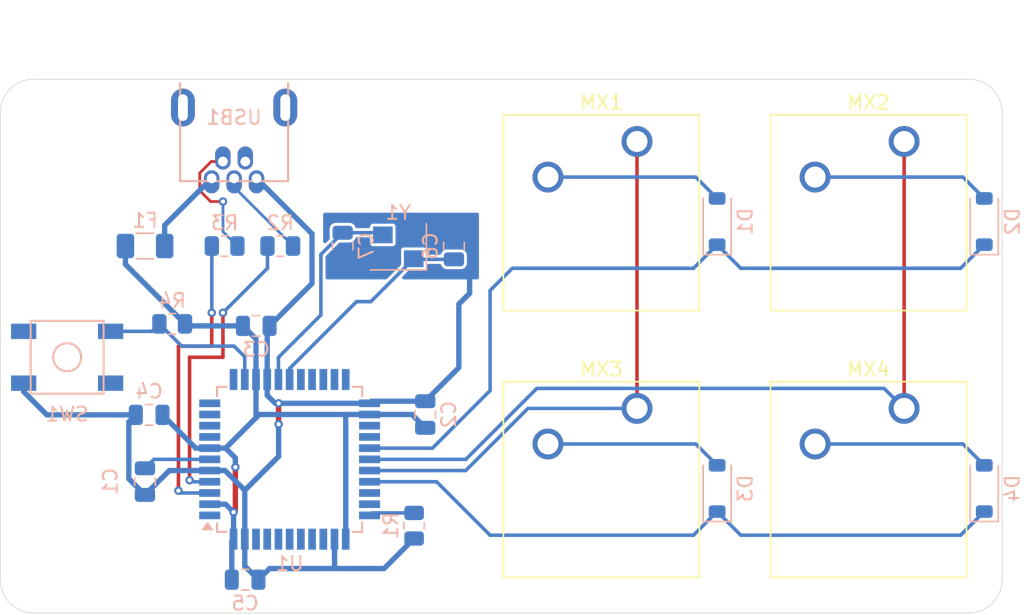
<source format=kicad_pcb>
(kicad_pcb (version 20241229) (generator "pcbnew") (generator_version "9.0")
  (layers (0 "F.Cu" signal) (2 "B.Cu" signal) (13 "F.Paste" user) (15 "B.Paste" user) (5 "F.SilkS" user "F.Silkscreen") (7 "B.SilkS" user "B.Silkscreen") (1 "F.Mask" user) (3 "B.Mask" user) (25 "Edge.Cuts" user))
  (net 0 "")
  (net 1 "GND")
  (net 2 "Net-(U1-UCAP)")
  (net 3 "+5V")
  (net 4 "Net-(U1-XTAL1)")
  (net 5 "Net-(U1-XTAL2)")
  (net 6 "/ROW0")
  (net 7 "Net-(D1-A)")
  (net 8 "Net-(D2-A)")
  (net 9 "/ROW1")
  (net 10 "Net-(D3-A)")
  (net 11 "Net-(D4-A)")
  (net 12 "VCC")
  (net 13 "/COL0")
  (net 14 "/COL1")
  (net 15 "Net-(U1-~{HWB}{slash}PE2)")
  (net 16 "Net-(U1-D+)")
  (net 17 "/D+")
  (net 18 "/D-")
  (net 19 "Net-(U1-D-)")
  (net 20 "Net-(U1-~{RESET})")
  (footprint "Button_Switch_Keyboard:SW_Cherry_MX_1.00u_PCB" (layer "F.Cu") (at 69.215 29.845)
    (property "Reference" "MX1" (at -2.54 -2.794 0) (layer "F.SilkS"))
    (property "Value" "MX-NoLED")
    (fp_line (start -9.525 -1.905) (end 4.445 -1.905) (stroke (width 0.12)) (layer "F.SilkS"))
    (fp_line (start -9.525 12.065) (end -9.525 -1.905) (stroke (width 0.12)) (layer "F.SilkS"))
    (fp_line (start 4.445 -1.905) (end 4.445 12.065) (stroke (width 0.12)) (layer "F.SilkS"))
    (fp_line (start 4.445 12.065) (end -9.525 12.065) (stroke (width 0.12)) (layer "F.SilkS"))
    (pad "" np_thru_hole circle (at -7.62 5.08) (size 1.7 1.7) (drill 1.7) (layers "*.Cu" "*.Mask"))
    (pad "" np_thru_hole circle (at -2.54 5.08) (size 4 4) (drill 4) (layers "*.Cu" "*.Mask"))
    (pad "" np_thru_hole circle (at 2.54 5.08) (size 1.7 1.7) (drill 1.7) (layers "*.Cu" "*.Mask"))
    (pad "1" thru_hole circle (at 0 0) (size 2.2 2.2) (drill 1.5) (layers "*.Cu" "*.Mask") (net 13 "/COL0"))
    (pad "2" thru_hole circle (at -6.35 2.54) (size 2.2 2.2) (drill 1.5) (layers "*.Cu" "*.Mask") (net 7 "Net-(D1-A)"))
  )
  (footprint "Button_Switch_Keyboard:SW_Cherry_MX_1.00u_PCB" (layer "F.Cu") (at 69.215 48.895)
    (property "Reference" "MX3" (at -2.54 -2.794 0) (layer "F.SilkS"))
    (property "Value" "MX-NoLED")
    (fp_line (start -9.525 -1.905) (end 4.445 -1.905) (stroke (width 0.12)) (layer "F.SilkS"))
    (fp_line (start -9.525 12.065) (end -9.525 -1.905) (stroke (width 0.12)) (layer "F.SilkS"))
    (fp_line (start 4.445 -1.905) (end 4.445 12.065) (stroke (width 0.12)) (layer "F.SilkS"))
    (fp_line (start 4.445 12.065) (end -9.525 12.065) (stroke (width 0.12)) (layer "F.SilkS"))
    (pad "" np_thru_hole circle (at -7.62 5.08) (size 1.7 1.7) (drill 1.7) (layers "*.Cu" "*.Mask"))
    (pad "" np_thru_hole circle (at -2.54 5.08) (size 4 4) (drill 4) (layers "*.Cu" "*.Mask"))
    (pad "" np_thru_hole circle (at 2.54 5.08) (size 1.7 1.7) (drill 1.7) (layers "*.Cu" "*.Mask"))
    (pad "1" thru_hole circle (at 0 0) (size 2.2 2.2) (drill 1.5) (layers "*.Cu" "*.Mask") (net 13 "/COL0"))
    (pad "2" thru_hole circle (at -6.35 2.54) (size 2.2 2.2) (drill 1.5) (layers "*.Cu" "*.Mask") (net 10 "Net-(D3-A)"))
  )
  (footprint "Button_Switch_Keyboard:SW_Cherry_MX_1.00u_PCB" (layer "F.Cu") (at 88.265 48.895)
    (property "Reference" "MX4" (at -2.54 -2.794 0) (layer "F.SilkS"))
    (property "Value" "MX-NoLED")
    (fp_line (start -9.525 -1.905) (end 4.445 -1.905) (stroke (width 0.12)) (layer "F.SilkS"))
    (fp_line (start -9.525 12.065) (end -9.525 -1.905) (stroke (width 0.12)) (layer "F.SilkS"))
    (fp_line (start 4.445 -1.905) (end 4.445 12.065) (stroke (width 0.12)) (layer "F.SilkS"))
    (fp_line (start 4.445 12.065) (end -9.525 12.065) (stroke (width 0.12)) (layer "F.SilkS"))
    (pad "" np_thru_hole circle (at -7.62 5.08) (size 1.7 1.7) (drill 1.7) (layers "*.Cu" "*.Mask"))
    (pad "" np_thru_hole circle (at -2.54 5.08) (size 4 4) (drill 4) (layers "*.Cu" "*.Mask"))
    (pad "" np_thru_hole circle (at 2.54 5.08) (size 1.7 1.7) (drill 1.7) (layers "*.Cu" "*.Mask"))
    (pad "1" thru_hole circle (at 0 0) (size 2.2 2.2) (drill 1.5) (layers "*.Cu" "*.Mask") (net 14 "/COL1"))
    (pad "2" thru_hole circle (at -6.35 2.54) (size 2.2 2.2) (drill 1.5) (layers "*.Cu" "*.Mask") (net 11 "Net-(D4-A)"))
  )
  (footprint "Button_Switch_Keyboard:SW_Cherry_MX_1.00u_PCB" (layer "F.Cu") (at 88.265 29.845)
    (property "Reference" "MX2" (at -2.54 -2.794 0) (layer "F.SilkS"))
    (property "Value" "MX-NoLED")
    (fp_line (start -9.525 -1.905) (end 4.445 -1.905) (stroke (width 0.12)) (layer "F.SilkS"))
    (fp_line (start -9.525 12.065) (end -9.525 -1.905) (stroke (width 0.12)) (layer "F.SilkS"))
    (fp_line (start 4.445 -1.905) (end 4.445 12.065) (stroke (width 0.12)) (layer "F.SilkS"))
    (fp_line (start 4.445 12.065) (end -9.525 12.065) (stroke (width 0.12)) (layer "F.SilkS"))
    (pad "" np_thru_hole circle (at -7.62 5.08) (size 1.7 1.7) (drill 1.7) (layers "*.Cu" "*.Mask"))
    (pad "" np_thru_hole circle (at -2.54 5.08) (size 4 4) (drill 4) (layers "*.Cu" "*.Mask"))
    (pad "" np_thru_hole circle (at 2.54 5.08) (size 1.7 1.7) (drill 1.7) (layers "*.Cu" "*.Mask"))
    (pad "1" thru_hole circle (at 0 0) (size 2.2 2.2) (drill 1.5) (layers "*.Cu" "*.Mask") (net 14 "/COL1"))
    (pad "2" thru_hole circle (at -6.35 2.54) (size 2.2 2.2) (drill 1.5) (layers "*.Cu" "*.Mask") (net 8 "Net-(D2-A)"))
  )
  (footprint "Fuse:Fuse_1206_3216Metric" (layer "B.Cu") (at 34.13125 37.30625 180)
    (property "Reference" "F1" (at 0 1.83 0) (layer "B.SilkS") (effects (justify mirror)))
    (property "Value" "500mA")
    (fp_line (start -0.602064 0.91) (end 0.602064 0.91) (stroke (width 0.12)) (layer "B.SilkS"))
    (fp_line (start -0.602064 -0.91) (end 0.602064 -0.91) (stroke (width 0.12)) (layer "B.SilkS"))
    (pad "1" smd roundrect (at -1.4 0 180) (size 1.25 1.75) (layers "B.Cu" "B.Mask" "B.Paste") (roundrect_rratio 0.2) (net 12 "VCC"))
    (pad "2" smd roundrect (at 1.4 0 180) (size 1.25 1.75) (layers "B.Cu" "B.Mask" "B.Paste") (roundrect_rratio 0.2) (net 3 "+5V"))
  )
  (footprint "Capacitor_SMD:C_0805_2012Metric" (layer "B.Cu") (at 41.26875 61.11875)
    (property "Reference" "C5" (at 0 1.68 0) (layer "B.SilkS") (effects (justify mirror)))
    (property "Value" "10uF")
    (fp_line (start -0.261252 -0.735) (end 0.261252 -0.735) (stroke (width 0.12)) (layer "B.SilkS"))
    (fp_line (start -0.261252 0.735) (end 0.261252 0.735) (stroke (width 0.12)) (layer "B.SilkS"))
    (pad "1" smd roundrect (at -0.95 0) (size 1 1.45) (layers "B.Cu" "B.Mask" "B.Paste") (net 3 "+5V"))
    (pad "2" smd roundrect (at 0.95 0) (size 1 1.45) (layers "B.Cu" "B.Mask" "B.Paste") (net 1 "GND"))
  )
  (footprint "random-keyboard-parts:SKQG-1155865" (layer "B.Cu") (at 28.575 45.24375 180)
    (property "Reference" "SW1" (at 0 -4.064 0) (layer "B.SilkS") (effects (justify mirror)))
    (property "Value" "SW_Push")
    (fp_line (start 2.6 2.6) (end 2.6 -2.6) (stroke (width 0.15)) (layer "B.SilkS"))
    (fp_line (start 2.6 -2.6) (end -2.6 -2.6) (stroke (width 0.15)) (layer "B.SilkS"))
    (fp_line (start -2.6 2.6) (end 2.6 2.6) (stroke (width 0.15)) (layer "B.SilkS"))
    (fp_line (start -2.6 -2.6) (end -2.6 2.6) (stroke (width 0.15)) (layer "B.SilkS"))
    (fp_circle (center 0 0) (end 1 0) (stroke (width 0.15)) (fill no) (layer "B.SilkS"))
    (pad "1" smd rect (at 3.1 -1.85 180) (size 1.8 1.1) (layers "B.Cu" "B.Mask" "B.Paste") (net 1 "GND"))
    (pad "2" smd rect (at -3.1 1.85 180) (size 1.8 1.1) (layers "B.Cu" "B.Mask" "B.Paste") (net 20 "Net-(U1-~{RESET})"))
    (pad "3" smd rect (at 3.1 1.85 180) (size 1.8 1.1) (layers "B.Cu" "B.Mask" "B.Paste"))
    (pad "4" smd rect (at -3.1 -1.85 180) (size 1.8 1.1) (layers "B.Cu" "B.Mask" "B.Paste"))
  )
  (footprint "Capacitor_SMD:C_0805_2012Metric" (layer "B.Cu") (at 42.0625 43.00625)
    (property "Reference" "C3" (at 0 1.68 0) (layer "B.SilkS") (effects (justify mirror)))
    (property "Value" "0.1uF")
    (fp_line (start -0.261252 -0.735) (end 0.261252 -0.735) (stroke (width 0.12)) (layer "B.SilkS"))
    (fp_line (start -0.261252 0.735) (end 0.261252 0.735) (stroke (width 0.12)) (layer "B.SilkS"))
    (pad "1" smd roundrect (at -0.95 0) (size 1 1.45) (layers "B.Cu" "B.Mask" "B.Paste") (net 3 "+5V"))
    (pad "2" smd roundrect (at 0.95 0) (size 1 1.45) (layers "B.Cu" "B.Mask" "B.Paste") (net 1 "GND"))
  )
  (footprint "Resistor_SMD:R_0805_2012Metric" (layer "B.Cu") (at 36.06875 42.8625 180)
    (property "Reference" "R4" (at 0 1.65 0) (layer "B.SilkS") (effects (justify mirror)))
    (property "Value" "10k")
    (fp_line (start -0.227064 0.735) (end 0.227064 0.735) (stroke (width 0.12)) (layer "B.SilkS"))
    (fp_line (start -0.227064 -0.735) (end 0.227064 -0.735) (stroke (width 0.12)) (layer "B.SilkS"))
    (pad "1" smd roundrect (at -0.9125 0 180) (size 1.025 1.4) (layers "B.Cu" "B.Mask" "B.Paste") (roundrect_rratio 0.243902) (net 3 "+5V"))
    (pad "2" smd roundrect (at 0.9125 0 180) (size 1.025 1.4) (layers "B.Cu" "B.Mask" "B.Paste") (roundrect_rratio 0.243902) (net 20 "Net-(U1-~{RESET})"))
  )
  (footprint "Crystal:Crystal_SMD_3225-4Pin_3.2x2.5mm" (layer "B.Cu") (at 52.192625 37.3625 180)
    (property "Reference" "Y1" (at 0 2.45 0) (layer "B.SilkS") (effects (justify mirror)))
    (property "Value" "16MHz")
    (fp_line (start -2 1.65) (end -2 -1.65) (stroke (width 0.12)) (layer "B.SilkS"))
    (fp_line (start -2 -1.65) (end 2 -1.65) (stroke (width 0.12)) (layer "B.SilkS"))
    (pad "1" smd rect (at -1.1 -0.85 180) (size 1.4 1.2) (layers "B.Cu" "B.Mask" "B.Paste") (net 4 "Net-(U1-XTAL1)"))
    (pad "2" smd rect (at 1.1 -0.85 180) (size 1.4 1.2) (layers "B.Cu" "B.Mask" "B.Paste") (net 1 "GND"))
    (pad "3" smd rect (at 1.1 0.85 180) (size 1.4 1.2) (layers "B.Cu" "B.Mask" "B.Paste") (net 5 "Net-(U1-XTAL2)"))
    (pad "4" smd rect (at -1.1 0.85 180) (size 1.4 1.2) (layers "B.Cu" "B.Mask" "B.Paste") (net 1 "GND"))
  )
  (footprint "Diode_SMD:D_SOD-123" (layer "B.Cu") (at 93.98 35.559 90)
    (property "Reference" "D2" (at 0 2 90) (layer "B.SilkS") (effects (justify mirror)))
    (property "Value" "D_Small")
    (fp_line (start -2.36 -1) (end 1.65 -1) (stroke (width 0.12)) (layer "B.SilkS"))
    (fp_line (start -2.36 1) (end -2.36 -1) (stroke (width 0.12)) (layer "B.SilkS"))
    (fp_line (start -2.36 1) (end 1.65 1) (stroke (width 0.12)) (layer "B.SilkS"))
    (pad "1" smd roundrect (at -1.65 0 90) (size 0.9 1.2) (layers "B.Cu" "B.Mask" "B.Paste") (net 6 "/ROW0"))
    (pad "2" smd roundrect (at 1.65 0 90) (size 0.9 1.2) (layers "B.Cu" "B.Mask" "B.Paste") (net 8 "Net-(D2-A)"))
  )
  (footprint "Diode_SMD:D_SOD-123" (layer "B.Cu") (at 93.98 54.609 90)
    (property "Reference" "D4" (at 0 2 90) (layer "B.SilkS") (effects (justify mirror)))
    (property "Value" "D_Small")
    (fp_line (start -2.36 -1) (end 1.65 -1) (stroke (width 0.12)) (layer "B.SilkS"))
    (fp_line (start -2.36 1) (end -2.36 -1) (stroke (width 0.12)) (layer "B.SilkS"))
    (fp_line (start -2.36 1) (end 1.65 1) (stroke (width 0.12)) (layer "B.SilkS"))
    (pad "1" smd roundrect (at -1.65 0 90) (size 0.9 1.2) (layers "B.Cu" "B.Mask" "B.Paste") (net 9 "/ROW1"))
    (pad "2" smd roundrect (at 1.65 0 90) (size 0.9 1.2) (layers "B.Cu" "B.Mask" "B.Paste") (net 11 "Net-(D4-A)"))
  )
  (footprint "Capacitor_SMD:C_0805_2012Metric" (layer "B.Cu") (at 48.223875 37.30625 90)
    (property "Reference" "C7" (at 0 1.68 90) (layer "B.SilkS") (effects (justify mirror)))
    (property "Value" "22pF" (hide yes))
    (fp_line (start -0.261252 -0.735) (end 0.261252 -0.735) (stroke (width 0.12)) (layer "B.SilkS"))
    (fp_line (start -0.261252 0.735) (end 0.261252 0.735) (stroke (width 0.12)) (layer "B.SilkS"))
    (pad "1" smd roundrect (at -0.95 0 90) (size 1 1.45) (layers "B.Cu" "B.Mask" "B.Paste") (net 1 "GND"))
    (pad "2" smd roundrect (at 0.95 0 90) (size 1 1.45) (layers "B.Cu" "B.Mask" "B.Paste") (net 5 "Net-(U1-XTAL2)"))
  )
  (footprint "Resistor_SMD:R_0805_2012Metric" (layer "B.Cu") (at 39.80625 37.30625 180)
    (property "Reference" "R3" (at 0 1.65 0) (layer "B.SilkS") (effects (justify mirror)))
    (property "Value" "22")
    (fp_line (start -0.227064 0.735) (end 0.227064 0.735) (stroke (width 0.12)) (layer "B.SilkS"))
    (fp_line (start -0.227064 -0.735) (end 0.227064 -0.735) (stroke (width 0.12)) (layer "B.SilkS"))
    (pad "1" smd roundrect (at -0.9125 0 180) (size 1.025 1.4) (layers "B.Cu" "B.Mask" "B.Paste") (roundrect_rratio 0.243902) (net 18 "/D-"))
    (pad "2" smd roundrect (at 0.9125 0 180) (size 1.025 1.4) (layers "B.Cu" "B.Mask" "B.Paste") (roundrect_rratio 0.243902) (net 19 "Net-(U1-D-)"))
  )
  (footprint "Diode_SMD:D_SOD-123" (layer "B.Cu") (at 74.93 54.609 90)
    (property "Reference" "D3" (at 0 2 90) (layer "B.SilkS") (effects (justify mirror)))
    (property "Value" "D_Small")
    (fp_line (start -2.36 -1) (end 1.65 -1) (stroke (width 0.12)) (layer "B.SilkS"))
    (fp_line (start -2.36 1) (end -2.36 -1) (stroke (width 0.12)) (layer "B.SilkS"))
    (fp_line (start -2.36 1) (end 1.65 1) (stroke (width 0.12)) (layer "B.SilkS"))
    (pad "1" smd roundrect (at -1.65 0 90) (size 0.9 1.2) (layers "B.Cu" "B.Mask" "B.Paste") (net 9 "/ROW1"))
    (pad "2" smd roundrect (at 1.65 0 90) (size 0.9 1.2) (layers "B.Cu" "B.Mask" "B.Paste") (net 10 "Net-(D3-A)"))
  )
  (footprint "Resistor_SMD:R_0805_2012Metric" (layer "B.Cu") (at 53.31875 57.26875 -90)
    (property "Reference" "R1" (at 0 1.65 90) (layer "B.SilkS") (effects (justify mirror)))
    (property "Value" "10k")
    (fp_line (start -0.227064 0.735) (end 0.227064 0.735) (stroke (width 0.12)) (layer "B.SilkS"))
    (fp_line (start -0.227064 -0.735) (end 0.227064 -0.735) (stroke (width 0.12)) (layer "B.SilkS"))
    (pad "1" smd roundrect (at -0.9125 0 270) (size 1.025 1.4) (layers "B.Cu" "B.Mask" "B.Paste") (roundrect_rratio 0.243902) (net 15 "Net-(U1-~{HWB}{slash}PE2)"))
    (pad "2" smd roundrect (at 0.9125 0 270) (size 1.025 1.4) (layers "B.Cu" "B.Mask" "B.Paste") (roundrect_rratio 0.243902) (net 1 "GND"))
  )
  (footprint "Capacitor_SMD:C_0805_2012Metric" (layer "B.Cu") (at 34.125 54.11875 -90)
    (property "Reference" "C1" (at 0 2.47375 90) (layer "B.SilkS") (effects (justify mirror)))
    (property "Value" "C_Small")
    (fp_line (start -0.261252 0.735) (end 0.261252 0.735) (stroke (width 0.12)) (layer "B.SilkS"))
    (fp_line (start -0.261252 -0.735) (end 0.261252 -0.735) (stroke (width 0.12)) (layer "B.SilkS"))
    (pad "1" smd roundrect (at -0.95 0 270) (size 1 1.45) (layers "B.Cu" "B.Mask" "B.Paste") (net 2 "Net-(U1-UCAP)"))
    (pad "2" smd roundrect (at 0.95 0 270) (size 1 1.45) (layers "B.Cu" "B.Mask" "B.Paste") (net 1 "GND"))
  )
  (footprint "Diode_SMD:D_SOD-123" (layer "B.Cu") (at 74.93 35.561 90)
    (property "Reference" "D1" (at 0 2 90) (layer "B.SilkS") (effects (justify mirror)))
    (property "Value" "D_Small")
    (fp_line (start -2.36 -1) (end 1.65 -1) (stroke (width 0.12)) (layer "B.SilkS"))
    (fp_line (start -2.36 1) (end -2.36 -1) (stroke (width 0.12)) (layer "B.SilkS"))
    (fp_line (start -2.36 1) (end 1.65 1) (stroke (width 0.12)) (layer "B.SilkS"))
    (pad "1" smd roundrect (at -1.65 0 90) (size 0.9 1.2) (layers "B.Cu" "B.Mask" "B.Paste") (net 6 "/ROW0"))
    (pad "2" smd roundrect (at 1.65 0 90) (size 0.9 1.2) (layers "B.Cu" "B.Mask" "B.Paste") (net 7 "Net-(D1-A)"))
  )
  (footprint "random-keyboard-parts:Molex-0548190519" (layer "B.Cu") (at 40.48125 25.675 -90)
    (property "Reference" "USB1")
    (property "Value" "Molex-0548190519")
    (fp_line (start 0 3.85) (end 7 3.85) (stroke (width 0.15)) (layer "B.SilkS"))
    (fp_line (start 7 3.85) (end 7 -3.85) (stroke (width 0.15)) (layer "B.SilkS"))
    (fp_line (start 7 -3.85) (end 0 -3.85) (stroke (width 0.15)) (layer "B.SilkS"))
    (fp_text user "${REFERENCE}" (at 2.45 0 0) (layer "B.SilkS") (effects (justify mirror)))
    (pad "1" thru_hole oval (at 6.8 -1.6 270) (size 1.65 1.1) (drill oval 0.7 (offset 0.25 0)) (layers "*.Cu" "F.Mask") (net 1 "GND"))
    (pad "2" thru_hole oval (at 5.6 -0.8 90) (size 1.65 1.1) (drill oval 0.7 (offset 0.25 0)) (layers "*.Cu" "F.Mask"))
    (pad "3" thru_hole oval (at 6.8 0 270) (size 1.65 1.1) (drill oval 0.7 (offset 0.25 0)) (layers "*.Cu" "F.Mask") (net 17 "/D+"))
    (pad "4" thru_hole oval (at 5.6 0.8 90) (size 1.65 1.1) (drill oval 0.7 (offset 0.25 0)) (layers "*.Cu" "F.Mask") (net 18 "/D-"))
    (pad "5" thru_hole oval (at 6.8 1.6 270) (size 1.65 1.1) (drill oval 0.7 (offset 0.25 0)) (layers "*.Cu" "F.Mask") (net 12 "VCC"))
    (pad "6" thru_hole oval (at 1.75 -3.65 270) (size 2.7 1.7) (drill oval 1.9 0.7) (layers "*.Cu" "*.Mask"))
    (pad "6" thru_hole oval (at 1.75 3.65 270) (size 2.7 1.7) (drill oval 1.9 0.7) (layers "*.Cu" "*.Mask"))
  )
  (footprint "Capacitor_SMD:C_0805_2012Metric" (layer "B.Cu") (at 54.1125 49.33125 90)
    (property "Reference" "C2" (at 0 1.68 90) (layer "B.SilkS") (effects (justify mirror)))
    (property "Value" "0.1uF")
    (fp_line (start -0.261252 -0.735) (end 0.261252 -0.735) (stroke (width 0.12)) (layer "B.SilkS"))
    (fp_line (start -0.261252 0.735) (end 0.261252 0.735) (stroke (width 0.12)) (layer "B.SilkS"))
    (pad "1" smd roundrect (at -0.95 0 90) (size 1 1.45) (layers "B.Cu" "B.Mask" "B.Paste") (net 3 "+5V"))
    (pad "2" smd roundrect (at 0.95 0 90) (size 1 1.45) (layers "B.Cu" "B.Mask" "B.Paste") (net 1 "GND"))
  )
  (footprint "Capacitor_SMD:C_0805_2012Metric" (layer "B.Cu") (at 34.425 49.35625 180)
    (property "Reference" "C4" (at 0 1.68 0) (layer "B.SilkS") (effects (justify mirror)))
    (property "Value" "0.1uF")
    (fp_line (start -0.261252 0.735) (end 0.261252 0.735) (stroke (width 0.12)) (layer "B.SilkS"))
    (fp_line (start -0.261252 -0.735) (end 0.261252 -0.735) (stroke (width 0.12)) (layer "B.SilkS"))
    (pad "1" smd roundrect (at -0.95 0 180) (size 1 1.45) (layers "B.Cu" "B.Mask" "B.Paste") (net 3 "+5V"))
    (pad "2" smd roundrect (at 0.95 0 180) (size 1 1.45) (layers "B.Cu" "B.Mask" "B.Paste") (net 1 "GND"))
  )
  (footprint "Capacitor_SMD:C_0805_2012Metric" (layer "B.Cu") (at 56.161375 37.30625 -90)
    (property "Reference" "C6" (at 0 1.68 90) (layer "B.SilkS") (effects (justify mirror)))
    (property "Value" "22pF")
    (fp_line (start -0.261252 0.735) (end 0.261252 0.735) (stroke (width 0.12)) (layer "B.SilkS"))
    (fp_line (start -0.261252 -0.735) (end 0.261252 -0.735) (stroke (width 0.12)) (layer "B.SilkS"))
    (pad "1" smd roundrect (at -0.95 0 270) (size 1 1.45) (layers "B.Cu" "B.Mask" "B.Paste") (net 1 "GND"))
    (pad "2" smd roundrect (at 0.95 0 270) (size 1 1.45) (layers "B.Cu" "B.Mask" "B.Paste") (net 4 "Net-(U1-XTAL1)"))
  )
  (footprint "Package_QFP:TQFP-44_10x10mm_P0.8mm" (layer "B.Cu") (at 44.44375 52.53125)
    (property "Reference" "U1" (at 0 7.45 0) (layer "B.SilkS") (effects (justify mirror)))
    (property "Value" "ATmega32U4-A")
    (fp_line (start -5.175 -5.175) (end -5.175 -4.5) (stroke (width 0.15)) (layer "B.SilkS"))
    (fp_line (start -5.175 -5.175) (end -4.5 -5.175) (stroke (width 0.15)) (layer "B.SilkS"))
    (fp_line (start -5.175 5.175) (end -5.175 4.56) (stroke (width 0.15)) (layer "B.SilkS"))
    (fp_line (start -5.175 5.175) (end -4.5 5.175) (stroke (width 0.15)) (layer "B.SilkS"))
    (fp_line (start 5.175 -5.175) (end 4.5 -5.175) (stroke (width 0.15)) (layer "B.SilkS"))
    (fp_line (start 5.175 -5.175) (end 5.175 -4.5) (stroke (width 0.15)) (layer "B.SilkS"))
    (fp_line (start 5.175 5.175) (end 4.5 5.175) (stroke (width 0.15)) (layer "B.SilkS"))
    (fp_line (start 5.175 5.175) (end 5.175 4.5) (stroke (width 0.15)) (layer "B.SilkS"))
    (fp_poly (pts (xy -5.86 4.54) (xy -6.2 5.01) (xy -5.52 5.01) (xy -5.86 4.54)) (stroke (width 0.12)) (fill yes) (layer "B.SilkS"))
    (pad "1" smd rect (at -5.7 4) (size 1.5 0.55) (layers "B.Cu" "B.Mask" "B.Paste"))
    (pad "2" smd rect (at -5.7 3.2) (size 1.5 0.55) (layers "B.Cu" "B.Mask" "B.Paste") (net 3 "+5V"))
    (pad "3" smd rect (at -5.7 2.4) (size 1.5 0.55) (layers "B.Cu" "B.Mask" "B.Paste") (net 19 "Net-(U1-D-)"))
    (pad "4" smd rect (at -5.7 1.6) (size 1.5 0.55) (layers "B.Cu" "B.Mask" "B.Paste") (net 16 "Net-(U1-D+)"))
    (pad "5" smd rect (at -5.7 0.8) (size 1.5 0.55) (layers "B.Cu" "B.Mask" "B.Paste") (net 1 "GND"))
    (pad "6" smd rect (at -5.7 0) (size 1.5 0.55) (layers "B.Cu" "B.Mask" "B.Paste") (net 2 "Net-(U1-UCAP)"))
    (pad "7" smd rect (at -5.7 -0.8) (size 1.5 0.55) (layers "B.Cu" "B.Mask" "B.Paste") (net 3 "+5V"))
    (pad "8" smd rect (at -5.7 -1.6) (size 1.5 0.55) (layers "B.Cu" "B.Mask" "B.Paste"))
    (pad "9" smd rect (at -5.7 -2.4) (size 1.5 0.55) (layers "B.Cu" "B.Mask" "B.Paste"))
    (pad "10" smd rect (at -5.7 -3.2) (size 1.5 0.55) (layers "B.Cu" "B.Mask" "B.Paste"))
    (pad "11" smd rect (at -5.7 -4) (size 1.5 0.55) (layers "B.Cu" "B.Mask" "B.Paste"))
    (pad "12" smd rect (at -4 -5.7 270) (size 1.5 0.55) (layers "B.Cu" "B.Mask" "B.Paste"))
    (pad "13" smd rect (at -3.2 -5.7 270) (size 1.5 0.55) (layers "B.Cu" "B.Mask" "B.Paste") (net 20 "Net-(U1-~{RESET})"))
    (pad "14" smd rect (at -2.4 -5.7 270) (size 1.5 0.55) (layers "B.Cu" "B.Mask" "B.Paste") (net 3 "+5V"))
    (pad "15" smd rect (at -1.6 -5.7 270) (size 1.5 0.55) (layers "B.Cu" "B.Mask" "B.Paste") (net 1 "GND"))
    (pad "16" smd rect (at -0.8 -5.7 270) (size 1.5 0.55) (layers "B.Cu" "B.Mask" "B.Paste") (net 5 "Net-(U1-XTAL2)"))
    (pad "17" smd rect (at 0 -5.7 270) (size 1.5 0.55) (layers "B.Cu" "B.Mask" "B.Paste") (net 4 "Net-(U1-XTAL1)"))
    (pad "18" smd rect (at 0.8 -5.7 270) (size 1.5 0.55) (layers "B.Cu" "B.Mask" "B.Paste"))
    (pad "19" smd rect (at 1.6 -5.7 270) (size 1.5 0.55) (layers "B.Cu" "B.Mask" "B.Paste"))
    (pad "20" smd rect (at 2.4 -5.7 270) (size 1.5 0.55) (layers "B.Cu" "B.Mask" "B.Paste"))
    (pad "21" smd rect (at 3.2 -5.7 270) (size 1.5 0.55) (layers "B.Cu" "B.Mask" "B.Paste"))
    (pad "22" smd rect (at 4 -5.7 270) (size 1.5 0.55) (layers "B.Cu" "B.Mask" "B.Paste"))
    (pad "23" smd rect (at 5.7 -4) (size 1.5 0.55) (layers "B.Cu" "B.Mask" "B.Paste") (net 1 "GND"))
    (pad "24" smd rect (at 5.7 -3.2) (size 1.5 0.55) (layers "B.Cu" "B.Mask" "B.Paste") (net 3 "+5V"))
    (pad "25" smd rect (at 5.7 -2.4) (size 1.5 0.55) (layers "B.Cu" "B.Mask" "B.Paste"))
    (pad "26" smd rect (at 5.7 -1.6) (size 1.5 0.55) (layers "B.Cu" "B.Mask" "B.Paste"))
    (pad "27" smd rect (at 5.7 -0.8) (size 1.5 0.55) (layers "B.Cu" "B.Mask" "B.Paste") (net 6 "/ROW0"))
    (pad "28" smd rect (at 5.7 0) (size 1.5 0.55) (layers "B.Cu" "B.Mask" "B.Paste") (net 14 "/COL1"))
    (pad "29" smd rect (at 5.7 0.8) (size 1.5 0.55) (layers "B.Cu" "B.Mask" "B.Paste") (net 13 "/COL0"))
    (pad "30" smd rect (at 5.7 1.6) (size 1.5 0.55) (layers "B.Cu" "B.Mask" "B.Paste") (net 9 "/ROW1"))
    (pad "31" smd rect (at 5.7 2.4) (size 1.5 0.55) (layers "B.Cu" "B.Mask" "B.Paste"))
    (pad "32" smd rect (at 5.7 3.2) (size 1.5 0.55) (layers "B.Cu" "B.Mask" "B.Paste"))
    (pad "33" smd rect (at 5.7 4) (size 1.5 0.55) (layers "B.Cu" "B.Mask" "B.Paste") (net 15 "Net-(U1-~{HWB}{slash}PE2)"))
    (pad "34" smd rect (at 4 5.7 270) (size 1.5 0.55) (layers "B.Cu" "B.Mask" "B.Paste") (net 3 "+5V"))
    (pad "35" smd rect (at 3.2 5.7 270) (size 1.5 0.55) (layers "B.Cu" "B.Mask" "B.Paste") (net 1 "GND"))
    (pad "36" smd rect (at 2.4 5.7 270) (size 1.5 0.55) (layers "B.Cu" "B.Mask" "B.Paste"))
    (pad "37" smd rect (at 1.6 5.7 270) (size 1.5 0.55) (layers "B.Cu" "B.Mask" "B.Paste"))
    (pad "38" smd rect (at 0.8 5.7 270) (size 1.5 0.55) (layers "B.Cu" "B.Mask" "B.Paste"))
    (pad "39" smd rect (at 0 5.7 270) (size 1.5 0.55) (layers "B.Cu" "B.Mask" "B.Paste"))
    (pad "40" smd rect (at -0.8 5.7 270) (size 1.5 0.55) (layers "B.Cu" "B.Mask" "B.Paste"))
    (pad "41" smd rect (at -1.6 5.7 270) (size 1.5 0.55) (layers "B.Cu" "B.Mask" "B.Paste"))
    (pad "42" smd rect (at -2.4 5.7 270) (size 1.5 0.55) (layers "B.Cu" "B.Mask" "B.Paste"))
    (pad "43" smd rect (at -3.2 5.7 270) (size 1.5 0.55) (layers "B.Cu" "B.Mask" "B.Paste") (net 1 "GND"))
    (pad "44" smd rect (at -4 5.7 270) (size 1.5 0.55) (layers "B.Cu" "B.Mask" "B.Paste") (net 3 "+5V"))
  )
  (footprint "Resistor_SMD:R_0805_2012Metric" (layer "B.Cu") (at 43.775 37.30625 180)
    (property "Reference" "R2" (at 0 1.65 0) (layer "B.SilkS") (effects (justify mirror)))
    (property "Value" "22")
    (fp_line (start -0.227064 0.735) (end 0.227064 0.735) (stroke (width 0.12)) (layer "B.SilkS"))
    (fp_line (start -0.227064 -0.735) (end 0.227064 -0.735) (stroke (width 0.12)) (layer "B.SilkS"))
    (pad "1" smd roundrect (at -0.9125 0 180) (size 1.025 1.4) (layers "B.Cu" "B.Mask" "B.Paste") (roundrect_rratio 0.243902) (net 17 "/D+"))
    (pad "2" smd roundrect (at 0.9125 0 180) (size 1.025 1.4) (layers "B.Cu" "B.Mask" "B.Paste") (roundrect_rratio 0.243902) (net 16 "Net-(U1-D+)"))
  )
  (gr_line (start 32.54375 63.5) (end 26.19375 63.5) (stroke (width 0.05)) (layer "Edge.Cuts"))
  (gr_line (start 23.8125 27.78125) (end 23.8125 61.11875) (stroke (width 0.05)) (layer "Edge.Cuts"))
  (gr_arc (start 26.19375 63.5) (mid 24.509952 62.802548) (end 23.8125 61.11875) (stroke (width 0.05)) (layer "Edge.Cuts"))
  (gr_line (start 92.86875 63.5) (end 32.54375 63.5) (stroke (width 0.05)) (layer "Edge.Cuts"))
  (gr_line (start 32.54375 25.4) (end 92.86875 25.4) (stroke (width 0.05)) (layer "Edge.Cuts"))
  (gr_arc (start 95.25 61.11875) (mid 94.552548 62.802548) (end 92.86875 63.5) (stroke (width 0.05)) (layer "Edge.Cuts"))
  (gr_line (start 95.25 27.78125) (end 95.25 61.11875) (stroke (width 0.05)) (layer "Edge.Cuts"))
  (gr_line (start 32.54375 25.4) (end 26.19375 25.4) (stroke (width 0.05)) (layer "Edge.Cuts"))
  (gr_arc (start 23.8125 27.78125) (mid 24.509952 26.097452) (end 26.19375 25.4) (stroke (width 0.05)) (layer "Edge.Cuts"))
  (gr_arc (start 92.86875 25.4) (mid 94.552548 26.097452) (end 95.25 27.78125) (stroke (width 0.05)) (layer "Edge.Cuts"))
  (segment (start 43.65625 50.02175) (end 43.65625 48.53125) (width 0.381) (layer "F.Cu") (net 1))
  (via (at 43.65625 48.53125) (size 0.6) (drill 0.3) (layers "F.Cu" "B.Cu") (net 1))
  (via (at 43.65625 50.02175) (size 0.6) (drill 0.3) (layers "F.Cu" "B.Cu") (net 1))
  (segment (start 51.369875 38.2125) (end 53.069875 36.5125) (width 0.381) (layer "B.Cu") (net 1))
  (segment (start 41.24375 58.23125) (end 41.24375 60.14375) (width 0.381) (layer "B.Cu") (net 1))
  (segment (start 51.175 60.325) (end 47.625 60.325) (width 0.381) (layer "B.Cu") (net 1))
  (segment (start 46.0375 39.98125) (end 43.0125 43.00625) (width 0.381) (layer "B.Cu") (net 1))
  (segment (start 43.41275 48.53125) (end 43.65625 48.53125) (width 0.381) (layer "B.Cu") (net 1))
  (segment (start 53.31875 58.18125) (end 51.175 60.325) (width 0.381) (layer "B.Cu") (net 1))
  (segment (start 43.65625 48.53125) (end 50.14375 48.53125) (width 0.381) (layer "B.Cu") (net 1))
  (segment (start 47.625 60.325) (end 43.0125 60.325) (width 0.381) (layer "B.Cu") (net 1))
  (segment (start 57.277875 40.680125) (end 56.51025 41.44775) (width 0.381) (layer "B.Cu") (net 1))
  (segment (start 48.223875 38.25625) (end 51.048875 38.25625) (width 0.381) (layer "B.Cu") (net 1))
  (segment (start 33.475 49.35625) (end 32.975062 49.856188) (width 0.381) (layer "B.Cu") (net 1))
  (segment (start 53.069875 36.5125) (end 53.292625 36.5125) (width 0.381) (layer "B.Cu") (net 1))
  (segment (start 46.0375 36.43125) (end 46.0375 39.98125) (width 0.381) (layer "B.Cu") (net 1))
  (segment (start 43.65625 52.325) (end 43.65625 50.02175) (width 0.381) (layer "B.Cu") (net 1))
  (segment (start 57.277875 37.47275) (end 57.277875 40.680125) (width 0.381) (layer "B.Cu") (net 1))
  (segment (start 41.24375 54.7375) (end 41.24375 58.23125) (width 0.381) (layer "B.Cu") (net 1))
  (segment (start 56.51025 41.44775) (end 56.51025 45.9835) (width 0.381) (layer "B.Cu") (net 1))
  (segment (start 42.84375 43.175) (end 42.84375 46.83125) (width 0.381) (layer "B.Cu") (net 1))
  (segment (start 56.161375 36.35625) (end 57.277875 37.47275) (width 0.381) (layer "B.Cu") (net 1))
  (segment (start 25.475 47.7) (end 27.13125 49.35625) (width 0.381) (layer "B.Cu") (net 1))
  (segment (start 25.475 47.09375) (end 25.475 47.7) (width 0.381) (layer "B.Cu") (net 1))
  (segment (start 32.975062 49.856188) (end 32.975062 53.918812) (width 0.381) (layer "B.Cu") (net 1))
  (segment (start 41.24375 54.7375) (end 43.65625 52.325) (width 0.381) (layer "B.Cu") (net 1))
  (segment (start 34.125 55.06875) (end 35.8625 53.33125) (width 0.381) (layer "B.Cu") (net 1))
  (segment (start 42.08125 32.475) (end 46.0375 36.43125) (width 0.381) (layer "B.Cu") (net 1))
  (segment (start 43.0125 60.325) (end 42.21875 61.11875) (width 0.381) (layer "B.Cu") (net 1))
  (segment (start 47.64375 60.30625) (end 47.625 60.325) (width 0.381) (layer "B.Cu") (net 1))
  (segment (start 56.51025 45.9835) (end 54.1125 48.38125) (width 0.381) (layer "B.Cu") (net 1))
  (segment (start 51.092625 38.2125) (end 51.369875 38.2125) (width 0.381) (layer "B.Cu") (net 1))
  (segment (start 27.13125 49.35625) (end 33.475 49.35625) (width 0.381) (layer "B.Cu") (net 1))
  (segment (start 47.64375 58.23125) (end 47.64375 60.30625) (width 0.381) (layer "B.Cu") (net 1))
  (segment (start 51.048875 38.25625) (end 51.092625 38.2125) (width 0.381) (layer "B.Cu") (net 1))
  (segment (start 54.1125 48.38125) (end 50.29375 48.38125) (width 0.381) (layer "B.Cu") (net 1))
  (segment (start 38.74375 53.33125) (end 39.8375 53.33125) (width 0.381) (layer "B.Cu") (net 1))
  (segment (start 43.0125 43.00625) (end 42.84375 43.175) (width 0.381) (layer "B.Cu") (net 1))
  (segment (start 53.292625 36.5125) (end 56.005125 36.5125) (width 0.381) (layer "B.Cu") (net 1))
  (segment (start 42.84375 46.83125) (end 42.84375 47.96225) (width 0.381) (layer "B.Cu") (net 1))
  (segment (start 41.24375 60.14375) (end 42.21875 61.11875) (width 0.381) (layer "B.Cu") (net 1))
  (segment (start 42.84375 47.96225) (end 43.41275 48.53125) (width 0.381) (layer "B.Cu") (net 1))
  (segment (start 32.975062 53.918812) (end 34.125 55.06875) (width 0.381) (layer "B.Cu") (net 1))
  (segment (start 50.29375 48.38125) (end 50.14375 48.53125) (width 0.381) (layer "B.Cu") (net 1))
  (segment (start 56.005125 36.5125) (end 56.161375 36.35625) (width 0.381) (layer "B.Cu") (net 1))
  (segment (start 39.8375 53.33125) (end 41.24375 54.7375) (width 0.381) (layer "B.Cu") (net 1))
  (segment (start 35.8625 53.33125) (end 38.74375 53.33125) (width 0.381) (layer "B.Cu") (net 1))
  (segment (start 34.7625 52.53125) (end 38.74375 52.53125) (width 0.254) (layer "B.Cu") (net 2))
  (segment (start 34.125 53.16875) (end 34.7625 52.53125) (width 0.254) (layer "B.Cu") (net 2))
  (segment (start 40.572633 56.171367) (end 40.44375 56.30025) (width 0.381) (layer "F.Cu") (net 3))
  (segment (start 40.572633 53.089867) (end 40.572633 56.171367) (width 0.381) (layer "F.Cu") (net 3))
  (via (at 40.572633 53.089867) (size 0.6) (drill 0.3) (layers "F.Cu" "B.Cu") (net 3))
  (via (at 40.44375 56.30025) (size 0.6) (drill 0.3) (layers "F.Cu" "B.Cu") (net 3))
  (segment (start 39.87475 55.73125) (end 38.74375 55.73125) (width 0.381) (layer "B.Cu") (net 3))
  (segment (start 48.41875 49.33125) (end 42.27475 49.33125) (width 0.381) (layer "B.Cu") (net 3))
  (segment (start 39.87475 51.73125) (end 38.74375 51.73125) (width 0.381) (layer "B.Cu") (net 3))
  (segment (start 41.1125 43.00625) (end 42.04375 43.9375) (width 0.381) (layer "B.Cu") (net 3))
  (segment (start 40.31875 58.35625) (end 40.44375 58.23125) (width 0.381) (layer "B.Cu") (net 3))
  (segment (start 42.27475 49.33125) (end 42.04375 49.56225) (width 0.381) (layer "B.Cu") (net 3))
  (segment (start 37.45 43.00625) (end 41.1125 43.00625) (width 0.381) (layer "B.Cu") (net 3))
  (segment (start 53.1625 49.33125) (end 50.14375 49.33125) (width 0.381) (layer "B.Cu") (net 3))
  (segment (start 35.375 49.35625) (end 37.75 51.73125) (width 0.381) (layer "B.Cu") (net 3))
  (segment (start 42.04375 49.56225) (end 39.87475 51.73125) (width 0.381) (layer "B.Cu") (net 3))
  (segment (start 39.87475 51.73125) (end 40.572633 52.429133) (width 0.381) (layer "B.Cu") (net 3))
  (segment (start 40.44375 56.30025) (end 39.87475 55.73125) (width 0.381) (layer "B.Cu") (net 3))
  (segment (start 37.30625 42.8625) (end 37.45 43.00625) (width 0.381) (layer "B.Cu") (net 3))
  (segment (start 42.04375 43.9375) (end 42.04375 46.83125) (width 0.381) (layer "B.Cu") (net 3))
  (segment (start 40.44375 58.23125) (end 40.44375 56.30025) (width 0.381) (layer "B.Cu") (net 3))
  (segment (start 54.1125 50.28125) (end 53.1625 49.33125) (width 0.381) (layer "B.Cu") (net 3))
  (segment (start 50.14375 49.33125) (end 48.41875 49.33125) (width 0.381) (layer "B.Cu") (net 3))
  (segment (start 40.572633 52.429133) (end 40.572633 53.089867) (width 0.381) (layer "B.Cu") (net 3))
  (segment (start 36.98125 42.8625) (end 37.30625 42.8625) (width 0.381) (layer "B.Cu") (net 3))
  (segment (start 32.73125 38.6125) (end 36.98125 42.8625) (width 0.381) (layer "B.Cu") (net 3))
  (segment (start 42.04375 46.83125) (end 42.04375 49.56225) (width 0.381) (layer "B.Cu") (net 3))
  (segment (start 40.96875 42.8625) (end 41.1125 43.00625) (width 0.381) (layer "B.Cu") (net 3))
  (segment (start 37.75 51.73125) (end 38.74375 51.73125) (width 0.381) (layer "B.Cu") (net 3))
  (segment (start 40.31875 61.11875) (end 40.31875 58.35625) (width 0.381) (layer "B.Cu") (net 3))
  (segment (start 32.73125 37.30625) (end 32.73125 38.6125) (width 0.381) (layer "B.Cu") (net 3))
  (segment (start 48.44375 49.35625) (end 48.41875 49.33125) (width 0.381) (layer "B.Cu") (net 3))
  (segment (start 48.44375 58.23125) (end 48.44375 49.35625) (width 0.381) (layer "B.Cu") (net 3))
  (segment (start 53.292625 38.2125) (end 50.230125 41.275) (width 0.254) (layer "B.Cu") (net 4))
  (segment (start 56.161375 38.25625) (end 53.336375 38.25625) (width 0.254) (layer "B.Cu") (net 4))
  (segment (start 50.230125 41.275) (end 49.2125 41.275) (width 0.254) (layer "B.Cu") (net 4))
  (segment (start 44.44375 46.04375) (end 44.44375 46.83125) (width 0.254) (layer "B.Cu") (net 4))
  (segment (start 53.336375 38.25625) (end 53.292625 38.2125) (width 0.254) (layer "B.Cu") (net 4))
  (segment (start 49.2125 41.275) (end 44.44375 46.04375) (width 0.254) (layer "B.Cu") (net 4))
  (segment (start 48.223875 36.35625) (end 50.936375 36.35625) (width 0.254) (layer "B.Cu") (net 5))
  (segment (start 46.671875 42.228125) (end 43.64375 45.25625) (width 0.254) (layer "B.Cu") (net 5))
  (segment (start 50.936375 36.35625) (end 51.092625 36.5125) (width 0.254) (layer "B.Cu") (net 5))
  (segment (start 48.223875 36.35625) (end 46.671875 37.90825) (width 0.254) (layer "B.Cu") (net 5))
  (segment (start 43.64375 45.25625) (end 43.64375 46.83125) (width 0.254) (layer "B.Cu") (net 5))
  (segment (start 46.671875 37.90825) (end 46.671875 42.228125) (width 0.254) (layer "B.Cu") (net 5))
  (segment (start 73.24725 38.89375) (end 74.93 37.211) (width 0.254) (layer "B.Cu") (net 6))
  (segment (start 92.29525 38.89375) (end 93.98 37.209) (width 0.254) (layer "B.Cu") (net 6))
  (segment (start 74.93 37.211) (end 76.61275 38.89375) (width 0.254) (layer "B.Cu") (net 6))
  (segment (start 60.325 38.89375) (end 73.24725 38.89375) (width 0.254) (layer "B.Cu") (net 6))
  (segment (start 50.14375 51.73125) (end 54.63125 51.73125) (width 0.254) (layer "B.Cu") (net 6))
  (segment (start 54.63125 51.73125) (end 58.7375 47.625) (width 0.254) (layer "B.Cu") (net 6))
  (segment (start 76.61275 38.89375) (end 92.29525 38.89375) (width 0.254) (layer "B.Cu") (net 6))
  (segment (start 58.7375 40.48125) (end 60.325 38.89375) (width 0.254) (layer "B.Cu") (net 6))
  (segment (start 58.7375 47.625) (end 58.7375 40.48125) (width 0.254) (layer "B.Cu") (net 6))
  (segment (start 74.93 33.911) (end 73.404 32.385) (width 0.254) (layer "B.Cu") (net 7))
  (segment (start 73.404 32.385) (end 62.865 32.385) (width 0.254) (layer "B.Cu") (net 7))
  (segment (start 93.98 33.909) (end 92.456 32.385) (width 0.254) (layer "B.Cu") (net 8))
  (segment (start 92.456 32.385) (end 81.915 32.385) (width 0.254) (layer "B.Cu") (net 8))
  (segment (start 76.61475 57.94375) (end 92.29525 57.94375) (width 0.254) (layer "B.Cu") (net 9))
  (segment (start 74.93 56.259) (end 76.61475 57.94375) (width 0.254) (layer "B.Cu") (net 9))
  (segment (start 54.925 54.13125) (end 58.7375 57.94375) (width 0.254) (layer "B.Cu") (net 9))
  (segment (start 58.7375 57.94375) (end 73.24525 57.94375) (width 0.254) (layer "B.Cu") (net 9))
  (segment (start 73.24525 57.94375) (end 74.93 56.259) (width 0.254) (layer "B.Cu") (net 9))
  (segment (start 92.29525 57.94375) (end 93.98 56.259) (width 0.254) (layer "B.Cu") (net 9))
  (segment (start 50.14375 54.13125) (end 54.925 54.13125) (width 0.254) (layer "B.Cu") (net 9))
  (segment (start 73.406 51.435) (end 62.865 51.435) (width 0.254) (layer "B.Cu") (net 10))
  (segment (start 74.93 52.959) (end 73.406 51.435) (width 0.254) (layer "B.Cu") (net 10))
  (segment (start 92.456 51.435) (end 81.915 51.435) (width 0.254) (layer "B.Cu") (net 11))
  (segment (start 93.98 52.959) (end 92.456 51.435) (width 0.254) (layer "B.Cu") (net 11))
  (segment (start 35.53125 37.30625) (end 35.53125 35.825) (width 0.381) (layer "B.Cu") (net 12))
  (segment (start 35.53125 35.825) (end 38.88125 32.475) (width 0.381) (layer "B.Cu") (net 12))
  (segment (start 69.215 29.845) (end 69.215 48.895) (width 0.254) (layer "F.Cu") (net 13))
  (segment (start 61.43625 48.895) (end 69.215 48.895) (width 0.254) (layer "B.Cu") (net 13))
  (segment (start 57 53.33125) (end 61.43625 48.895) (width 0.254) (layer "B.Cu") (net 13))
  (segment (start 50.14375 53.33125) (end 57 53.33125) (width 0.254) (layer "B.Cu") (net 13))
  (segment (start 88.265 29.845) (end 88.265 48.895) (width 0.254) (layer "F.Cu") (net 14))
  (segment (start 57.00625 52.53125) (end 50.14375 52.53125) (width 0.254) (layer "B.Cu") (net 14))
  (segment (start 62.0705 47.467) (end 57.00625 52.53125) (width 0.254) (layer "B.Cu") (net 14))
  (segment (start 86.837 47.467) (end 62.0705 47.467) (width 0.254) (layer "B.Cu") (net 14))
  (segment (start 88.265 48.895) (end 86.837 47.467) (width 0.254) (layer "B.Cu") (net 14))
  (segment (start 50.31875 56.35625) (end 50.14375 56.53125) (width 0.254) (layer "B.Cu") (net 15))
  (segment (start 53.31875 56.35625) (end 50.31875 56.35625) (width 0.254) (layer "B.Cu") (net 15))
  (segment (start 39.6875 45.24375) (end 37.30625 45.24375) (width 0.254) (layer "F.Cu") (net 16))
  (segment (start 39.6875 42.06875) (end 39.6875 45.24375) (width 0.254) (layer "F.Cu") (net 16))
  (segment (start 37.30625 45.24375) (end 37.30625 54.02175) (width 0.254) (layer "F.Cu") (net 16))
  (via (at 37.30625 54.02175) (size 0.6) (drill 0.3) (layers "F.Cu" "B.Cu") (net 16))
  (via (at 39.6875 42.06875) (size 0.6) (drill 0.3) (layers "F.Cu" "B.Cu") (net 16))
  (segment (start 37.41575 54.13125) (end 37.30625 54.02175) (width 0.254) (layer "B.Cu") (net 16))
  (segment (start 42.8625 38.89375) (end 39.6875 42.06875) (width 0.254) (layer "B.Cu") (net 16))
  (segment (start 38.74375 54.13125) (end 37.41575 54.13125) (width 0.254) (layer "B.Cu") (net 16))
  (segment (start 42.8625 37.30625) (end 42.8625 38.89375) (width 0.254) (layer "B.Cu") (net 16))
  (segment (start 44.6875 37.30625) (end 40.48125 33.1) (width 0.2) (layer "B.Cu") (net 17))
  (segment (start 40.48125 33.1) (end 40.48125 32.475) (width 0.2) (layer "B.Cu") (net 17))
  (segment (start 44.45 37.30625) (end 44.6875 37.30625) (width 0.2) (layer "B.Cu") (net 17))
  (segment (start 38.03025 32.097504) (end 38.852754 31.275) (width 0.2) (layer "F.Cu") (net 18))
  (segment (start 39.6875 34.13125) (end 38.809004 34.13125) (width 0.2) (layer "F.Cu") (net 18))
  (segment (start 38.852754 31.275) (end 39.68125 31.275) (width 0.2) (layer "F.Cu") (net 18))
  (segment (start 38.809004 34.13125) (end 38.03025 33.352496) (width 0.2) (layer "F.Cu") (net 18))
  (segment (start 38.03025 33.352496) (end 38.03025 32.097504) (width 0.2) (layer "F.Cu") (net 18))
  (via (at 39.6875 34.13125) (size 0.6) (drill 0.3) (layers "F.Cu" "B.Cu") (net 18))
  (segment (start 39.6875 36.275) (end 39.6875 34.13125) (width 0.2) (layer "B.Cu") (net 18))
  (segment (start 40.71875 37.30625) (end 39.6875 36.275) (width 0.2) (layer "B.Cu") (net 18))
  (segment (start 38.887497 44.443747) (end 38.89375 44.45) (width 0.254) (layer "F.Cu") (net 19))
  (segment (start 38.89375 44.45) (end 36.5125 44.45) (width 0.254) (layer "F.Cu") (net 19))
  (segment (start 36.5125 44.45) (end 36.5125 54.76875) (width 0.254) (layer "F.Cu") (net 19))
  (segment (start 38.887497 42.06875) (end 38.887497 44.443747) (width 0.254) (layer "F.Cu") (net 19))
  (via (at 36.5125 54.76875) (size 0.6) (drill 0.3) (layers "F.Cu" "B.Cu") (net 19))
  (via (at 38.887497 42.06875) (size 0.6) (drill 0.3) (layers "F.Cu" "B.Cu") (net 19))
  (segment (start 36.675 54.93125) (end 36.5125 54.76875) (width 0.254) (layer "B.Cu") (net 19))
  (segment (start 38.74375 54.93125) (end 36.675 54.93125) (width 0.254) (layer "B.Cu") (net 19))
  (segment (start 38.89375 42.062497) (end 38.887497 42.06875) (width 0.254) (layer "B.Cu") (net 19))
  (segment (start 38.89375 37.30625) (end 38.89375 42.062497) (width 0.254) (layer "B.Cu") (net 19))
  (segment (start 34.625 43.39375) (end 35.15625 42.8625) (width 0.254) (layer "B.Cu") (net 20))
  (segment (start 31.675 43.39375) (end 34.625 43.39375) (width 0.254) (layer "B.Cu") (net 20))
  (segment (start 35.15625 42.8625) (end 36.74375 44.45) (width 0.254) (layer "B.Cu") (net 20))
  (segment (start 41.24375 45.2125) (end 41.24375 46.83125) (width 0.254) (layer "B.Cu") (net 20))
  (segment (start 40.48125 44.45) (end 41.24375 45.2125) (width 0.254) (layer "B.Cu") (net 20))
  (segment (start 36.74375 44.45) (end 40.48125 44.45) (width 0.254) (layer "B.Cu") (net 20))
  (zone (net 1) (net_name "GND") (layer "B.Cu") (name "GND") (connect_pads yes (clearance 0.15)) (min_thickness 0.25) (fill yes (thermal_gap 0.5) (thermal_bridge_width 0.5) (smoothing fillet))
    (polygon (pts (xy 46.83125 34.925) (xy 46.83125 39.6875) (xy 57.94375 39.6875) (xy 57.94375 34.925)))
  )
)
</source>
